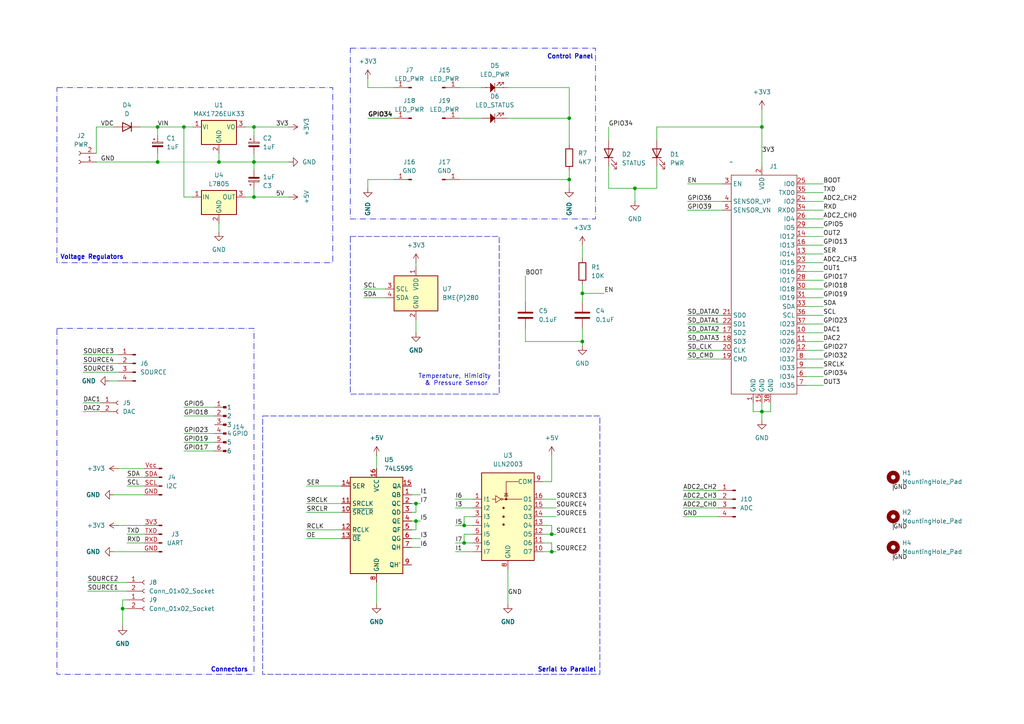
<source format=kicad_sch>
(kicad_sch (version 20231120) (generator "eeschema") (generator_version "8.0")
  (paper "A4")
  (junction (at 63.5 46.99))
  (junction (at 160.02 154.94))
  (junction (at 73.66 46.99))
  (junction (at 165.1 34.29))
  (junction (at 160.02 160.02))
  (junction (at 134.62 157.48))
  (junction (at 168.91 99.06))
  (junction (at 220.98 36.83))
  (junction (at 45.72 46.99))
  (junction (at 53.34 36.83))
  (junction (at 459.74 85.09))
  (junction (at 73.66 57.15))
  (junction (at 120.65 146.05))
  (junction (at 377.19 151.13))
  (junction (at 220.98 119.38))
  (junction (at 120.65 151.13))
  (junction (at 401.32 163.83))
  (junction (at 168.91 85.09))
  (junction (at 476.25 97.79))
  (junction (at 73.66 36.83))
  (junction (at 45.72 36.83))
  (junction (at 165.1 52.07))
  (junction (at 476.25 85.09))
  (junction (at 184.15 54.61))
  (junction (at 134.62 152.4))
  (junction (at 35.56 176.53))
  (no_connect (at 373.38 59.69))
  (wire (pts (xy 459.74 97.79) (xy 457.2 97.79)))
  (wire (pts (xy 120.65 151.13) (xy 120.65 153.67)))
  (wire (pts (xy 233.68 58.42) (xy 238.76 58.42)))
  (wire (pts (xy 63.5 64.77) (xy 63.5 67.31)))
  (wire (pts (xy 53.34 36.83) (xy 55.88 36.83)))
  (wire (pts (xy 119.38 151.13) (xy 120.65 151.13)))
  (wire (pts (xy 199.39 101.6) (xy 209.55 101.6)))
  (wire (pts (xy 35.56 173.99) (xy 35.56 176.53)))
  (wire (pts (xy 36.83 140.97) (xy 41.91 140.97)))
  (wire (pts (xy 157.48 160.02) (xy 160.02 160.02)))
  (wire (pts (xy 45.72 46.99) (xy 63.5 46.99)) (stroke (width 0.0254)))
  (wire (pts (xy 358.14 171.45) (xy 361.95 171.45)))
  (wire (pts (xy 109.22 168.91) (xy 109.22 175.26)))
  (wire (pts (xy 88.9 146.05) (xy 99.06 146.05)))
  (wire (pts (xy 165.1 25.4) (xy 165.1 34.29)))
  (wire (pts (xy 165.1 49.53) (xy 165.1 52.07)))
  (wire (pts (xy 25.4 168.91) (xy 36.83 168.91)))
  (wire (pts (xy 152.4 99.06) (xy 168.91 99.06)))
  (wire (pts (xy 45.72 36.83) (xy 53.34 36.83)))
  (wire (pts (xy 233.68 63.5) (xy 238.76 63.5)))
  (wire (pts (xy 184.15 54.61) (xy 190.5 54.61)))
  (wire (pts (xy 476.25 87.63) (xy 476.25 85.09)))
  (wire (pts (xy 377.19 151.13) (xy 382.27 151.13)))
  (wire (pts (xy 199.39 99.06) (xy 209.55 99.06)))
  (wire (pts (xy 55.88 57.15) (xy 53.34 57.15)))
  (wire (pts (xy 36.83 154.94) (xy 41.91 154.94)))
  (wire (pts (xy 476.25 85.09) (xy 485.14 85.09)))
  (wire (pts (xy 198.12 147.32) (xy 208.28 147.32)))
  (wire (pts (xy 401.32 142.24) (xy 401.32 146.05)))
  (wire (pts (xy 88.9 148.59) (xy 99.06 148.59)))
  (wire (pts (xy 220.98 31.75) (xy 220.98 36.83)))
  (wire (pts (xy 233.68 78.74) (xy 238.76 78.74)))
  (wire (pts (xy 134.62 152.4) (xy 137.16 152.4)))
  (wire (pts (xy 134.62 157.48) (xy 137.16 157.48)))
  (wire (pts (xy 233.68 81.28) (xy 238.76 81.28)))
  (wire (pts (xy 34.29 135.89) (xy 41.91 135.89)))
  (wire (pts (xy 160.02 160.02) (xy 161.29 160.02)))
  (wire (pts (xy 132.08 144.78) (xy 137.16 144.78)))
  (wire (pts (xy 389.89 151.13) (xy 393.7 151.13)))
  (wire (pts (xy 63.5 44.45) (xy 63.5 46.99)))
  (wire (pts (xy 233.68 104.14) (xy 238.76 104.14)))
  (wire (pts (xy 157.48 144.78) (xy 161.29 144.78)))
  (wire (pts (xy 34.29 107.95) (xy 24.13 107.95)))
  (wire (pts (xy 218.44 119.38) (xy 220.98 119.38)))
  (wire (pts (xy 120.65 146.05) (xy 121.92 146.05)))
  (wire (pts (xy 106.68 25.4) (xy 106.68 22.86)))
  (wire (pts (xy 73.66 44.45) (xy 73.66 46.99)))
  (wire (pts (xy 34.29 102.87) (xy 24.13 102.87)))
  (wire (pts (xy 233.68 53.34) (xy 238.76 53.34)))
  (wire (pts (xy 53.34 125.73) (xy 62.23 125.73)))
  (wire (pts (xy 160.02 139.7) (xy 157.48 139.7)))
  (wire (pts (xy 176.53 36.83) (xy 176.53 40.64)))
  (wire (pts (xy 53.34 128.27) (xy 62.23 128.27)))
  (wire (pts (xy 157.48 157.48) (xy 160.02 157.48)))
  (wire (pts (xy 31.75 110.49) (xy 34.29 110.49)))
  (wire (pts (xy 439.42 97.79) (xy 441.96 97.79)))
  (wire (pts (xy 485.14 92.71) (xy 485.14 97.79)))
  (wire (pts (xy 233.68 106.68) (xy 238.76 106.68)))
  (wire (pts (xy 106.68 52.07) (xy 106.68 54.61)))
  (wire (pts (xy 209.55 53.34) (xy 199.39 53.34)))
  (wire (pts (xy 358.14 173.99) (xy 361.95 173.99)))
  (wire (pts (xy 147.32 34.29) (xy 165.1 34.29)))
  (wire (pts (xy 114.3 25.4) (xy 106.68 25.4)))
  (wire (pts (xy 109.22 132.08) (xy 109.22 135.89)))
  (wire (pts (xy 27.94 36.83) (xy 33.02 36.83)))
  (wire (pts (xy 218.44 116.84) (xy 218.44 119.38)))
  (wire (pts (xy 24.13 116.84) (xy 29.21 116.84)))
  (wire (pts (xy 199.39 60.96) (xy 209.55 60.96)))
  (wire (pts (xy 485.14 90.17) (xy 487.68 90.17)))
  (wire (pts (xy 53.34 120.65) (xy 62.23 120.65)))
  (wire (pts (xy 35.56 176.53) (xy 36.83 176.53)))
  (wire (pts (xy 34.29 152.4) (xy 41.91 152.4)))
  (wire (pts (xy 45.72 36.83) (xy 45.72 39.37)))
  (wire (pts (xy 168.91 82.55) (xy 168.91 85.09)))
  (wire (pts (xy 168.91 85.09) (xy 175.26 85.09)))
  (wire (pts (xy 160.02 152.4) (xy 160.02 154.94)))
  (wire (pts (xy 45.72 44.45) (xy 45.72 46.99)))
  (wire (pts (xy 184.15 58.42) (xy 184.15 54.61)))
  (wire (pts (xy 133.35 34.29) (xy 139.7 34.29)))
  (wire (pts (xy 199.39 93.98) (xy 209.55 93.98)))
  (wire (pts (xy 160.02 132.08) (xy 160.02 139.7)))
  (wire (pts (xy 25.4 171.45) (xy 36.83 171.45)))
  (wire (pts (xy 467.36 102.87) (xy 468.63 102.87)))
  (wire (pts (xy 199.39 91.44) (xy 209.55 91.44)))
  (wire (pts (xy 233.68 109.22) (xy 238.76 109.22)))
  (wire (pts (xy 119.38 148.59) (xy 120.65 148.59)))
  (wire (pts (xy 373.38 64.77) (xy 384.81 64.77)))
  (wire (pts (xy 119.38 156.21) (xy 121.92 156.21)))
  (wire (pts (xy 190.5 48.26) (xy 190.5 54.61)))
  (wire (pts (xy 53.34 36.83) (xy 53.34 57.15)))
  (wire (pts (xy 354.33 59.69) (xy 358.14 59.69)))
  (wire (pts (xy 36.83 173.99) (xy 35.56 173.99)))
  (wire (pts (xy 73.66 57.15) (xy 83.82 57.15)))
  (wire (pts (xy 88.9 140.97) (xy 99.06 140.97)))
  (wire (pts (xy 73.66 46.99) (xy 83.82 46.99)))
  (wire (pts (xy 133.35 25.4) (xy 139.7 25.4)))
  (wire (pts (xy 157.48 149.86) (xy 161.29 149.86)))
  (wire (pts (xy 401.32 156.21) (xy 401.32 163.83)))
  (wire (pts (xy 233.68 93.98) (xy 238.76 93.98)))
  (wire (pts (xy 168.91 95.25) (xy 168.91 99.06)))
  (wire (pts (xy 190.5 36.83) (xy 190.5 40.64)))
  (wire (pts (xy 233.68 101.6) (xy 238.76 101.6)))
  (wire (pts (xy 485.14 85.09) (xy 485.14 90.17)))
  (wire (pts (xy 71.12 57.15) (xy 73.66 57.15)))
  (wire (pts (xy 105.41 86.36) (xy 111.76 86.36)))
  (wire (pts (xy 157.48 152.4) (xy 160.02 152.4)))
  (wire (pts (xy 41.91 143.51) (xy 33.02 143.51)))
  (wire (pts (xy 157.48 147.32) (xy 161.29 147.32)))
  (wire (pts (xy 476.25 85.09) (xy 459.74 85.09)))
  (wire (pts (xy 36.83 157.48) (xy 41.91 157.48)))
  (wire (pts (xy 457.2 102.87) (xy 459.74 102.87)))
  (wire (pts (xy 106.68 34.29) (xy 114.3 34.29)))
  (wire (pts (xy 176.53 54.61) (xy 184.15 54.61)))
  (wire (pts (xy 73.66 46.99) (xy 73.66 49.53)))
  (wire (pts (xy 233.68 55.88) (xy 238.76 55.88)))
  (wire (pts (xy 71.12 36.83) (xy 73.66 36.83)))
  (wire (pts (xy 233.68 99.06) (xy 238.76 99.06)))
  (wire (pts (xy 168.91 85.09) (xy 168.91 87.63)))
  (wire (pts (xy 176.53 48.26) (xy 176.53 54.61)))
  (wire (pts (xy 358.14 166.37) (xy 361.95 166.37)))
  (wire (pts (xy 63.5 46.99) (xy 73.66 46.99)))
  (wire (pts (xy 401.32 163.83) (xy 401.32 172.72)))
  (wire (pts (xy 358.14 168.91) (xy 361.95 168.91)))
  (wire (pts (xy 373.38 62.23) (xy 384.81 62.23)))
  (wire (pts (xy 233.68 86.36) (xy 238.76 86.36)))
  (wire (pts (xy 199.39 104.14) (xy 209.55 104.14)))
  (wire (pts (xy 73.66 39.37) (xy 73.66 36.83)))
  (wire (pts (xy 105.41 83.82) (xy 111.76 83.82)))
  (wire (pts (xy 233.68 60.96) (xy 238.76 60.96)))
  (wire (pts (xy 132.08 157.48) (xy 134.62 157.48)))
  (wire (pts (xy 233.68 71.12) (xy 238.76 71.12)))
  (wire (pts (xy 233.68 88.9) (xy 238.76 88.9)))
  (wire (pts (xy 27.94 46.99) (xy 45.72 46.99)))
  (wire (pts (xy 401.32 163.83) (xy 393.7 163.83)))
  (wire (pts (xy 198.12 144.78) (xy 208.28 144.78)))
  (wire (pts (xy 106.68 52.07) (xy 114.3 52.07)))
  (wire (pts (xy 132.08 160.02) (xy 137.16 160.02)))
  (wire (pts (xy 377.19 142.24) (xy 377.19 151.13)))
  (wire (pts (xy 199.39 58.42) (xy 209.55 58.42)))
  (wire (pts (xy 476.25 107.95) (xy 476.25 111.76)))
  (wire (pts (xy 119.38 143.51) (xy 121.92 143.51)))
  (wire (pts (xy 41.91 160.02) (xy 33.02 160.02)))
  (wire (pts (xy 233.68 76.2) (xy 238.76 76.2)))
  (wire (pts (xy 487.68 92.71) (xy 485.14 92.71)))
  (wire (pts (xy 339.09 59.69) (xy 346.71 59.69)))
  (wire (pts (xy 120.65 76.2) (xy 120.65 77.47)))
  (wire (pts (xy 53.34 130.81) (xy 62.23 130.81)))
  (wire (pts (xy 220.98 119.38) (xy 220.98 121.92)))
  (wire (pts (xy 233.68 68.58) (xy 238.76 68.58)))
  (wire (pts (xy 233.68 96.52) (xy 238.76 96.52)))
  (wire (pts (xy 233.68 111.76) (xy 238.76 111.76)))
  (wire (pts (xy 459.74 85.09) (xy 459.74 97.79)))
  (wire (pts (xy 73.66 54.61) (xy 73.66 57.15)))
  (wire (pts (xy 132.08 147.32) (xy 137.16 147.32)))
  (wire (pts (xy 88.9 153.67) (xy 99.06 153.67)))
  (wire (pts (xy 220.98 36.83) (xy 220.98 48.26)))
  (wire (pts (xy 152.4 80.01) (xy 152.4 87.63)))
  (wire (pts (xy 384.81 163.83) (xy 386.08 163.83)))
  (wire (pts (xy 355.6 69.85) (xy 355.6 64.77)))
  (wire (pts (xy 165.1 52.07) (xy 165.1 54.61)))
  (wire (pts (xy 160.02 157.48) (xy 160.02 160.02)))
  (wire (pts (xy 436.88 102.87) (xy 441.96 102.87)))
  (wire (pts (xy 233.68 73.66) (xy 238.76 73.66)))
  (wire (pts (xy 24.13 119.38) (xy 29.21 119.38)))
  (wire (pts (xy 35.56 176.53) (xy 35.56 181.61)))
  (wire (pts (xy 223.52 119.38) (xy 220.98 119.38)))
  (wire (pts (xy 377.19 168.91) (xy 377.19 172.72)))
  (wire (pts (xy 160.02 154.94) (xy 161.29 154.94)))
  (wire (pts (xy 421.64 97.79) (xy 431.8 97.79)))
  (wire (pts (xy 233.68 66.04) (xy 238.76 66.04)))
  (wire (pts (xy 119.38 146.05) (xy 120.65 146.05)))
  (wire (pts (xy 358.14 163.83) (xy 361.95 163.83)))
  (wire (pts (xy 223.52 116.84) (xy 223.52 119.38)))
  (wire (pts (xy 208.28 142.24) (xy 198.12 142.24)))
  (wire (pts (xy 165.1 34.29) (xy 165.1 41.91)))
  (wire (pts (xy 233.68 83.82) (xy 238.76 83.82)))
  (wire (pts (xy 137.16 154.94) (xy 134.62 154.94)))
  (wire (pts (xy 137.16 149.86) (xy 134.62 149.86)))
  (wire (pts (xy 168.91 71.12) (xy 168.91 74.93)))
  (wire (pts (xy 476.25 95.25) (xy 476.25 97.79)))
  (wire (pts (xy 132.08 152.4) (xy 134.62 152.4)))
  (wire (pts (xy 53.34 118.11) (xy 62.23 118.11)))
  (wire (pts (xy 36.83 138.43) (xy 41.91 138.43)))
  (wire (pts (xy 233.68 91.44) (xy 238.76 91.44)))
  (wire (pts (xy 27.94 36.83) (xy 27.94 44.45)))
  (wire (pts (xy 358.14 161.29) (xy 361.95 161.29)))
  (wire (pts (xy 133.35 52.07) (xy 165.1 52.07)))
  (wire (pts (xy 168.91 99.06) (xy 168.91 100.33)))
  (wire (pts (xy 198.12 149.86) (xy 208.28 149.86)))
  (wire (pts (xy 199.39 96.52) (xy 209.55 96.52)))
  (wire (pts (xy 377.19 151.13) (xy 377.19 158.75)))
  (wire (pts (xy 134.62 149.86) (xy 134.62 152.4)))
  (wire (pts (xy 119.38 153.67) (xy 120.65 153.67)))
  (wire (pts (xy 119.38 158.75) (xy 121.92 158.75)))
  (wire (pts (xy 120.65 92.71) (xy 120.65 96.52)))
  (wire (pts (xy 152.4 95.25) (xy 152.4 99.06)))
  (wire (pts (xy 459.74 82.55) (xy 459.74 85.09)))
  (wire (pts (xy 157.48 154.94) (xy 160.02 154.94)))
  (wire (pts (xy 147.32 165.1) (xy 147.32 175.26)))
  (wire (pts (xy 73.66 36.83) (xy 83.82 36.83)))
  (wire (pts (xy 34.29 105.41) (xy 24.13 105.41)))
  (wire (pts (xy 355.6 64.77) (xy 358.14 64.77)))
  (wire (pts (xy 190.5 36.83) (xy 220.98 36.83)))
  (wire (pts (xy 485.14 97.79) (xy 476.25 97.79)))
  (wire (pts (xy 120.65 151.13) (xy 121.92 151.13)))
  (wire (pts (xy 436.88 111.76) (xy 436.88 102.87)))
  (wire (pts (xy 134.62 154.94) (xy 134.62 157.48)))
  (wire (pts (xy 220.98 116.84) (xy 220.98 119.38)))
  (wire (pts (xy 120.65 148.59) (xy 120.65 146.05)))
  (wire (pts (xy 147.32 25.4) (xy 165.1 25.4)))
  (wire (pts (xy 40.64 36.83) (xy 45.72 36.83)))
  (wire (pts (xy 88.9 156.21) (xy 99.06 156.21)))
  (rectangle (start 328.93 137.16) (end 412.75 186.69) (stroke (width 0) (type dash_dot)))
  (rectangle (start 76.2 120.65) (end 173.99 195.58) (stroke (width 0) (type dash)))
  (rectangle (start 16.51 95.25) (end 73.66 195.58) (stroke (width 0) (type dash_dot)))
  (rectangle (start 101.6 68.58) (end 144.78 114.3) (stroke (width 0) (type dash)))
  (rectangle (start 101.6 13.97) (end 172.72 63.5) (stroke (width 0) (type dash_dot)))
  (rectangle (start 16.51 25.4) (end 96.52 76.2) (stroke (width 0) (type dash_dot)))
  (text "Voltage Regulators" (at 26.67 73.914 0) (effects (font (size 1.27 1.27) (thickness 0.254) (bold yes)) (justify top)))
  (text "UART Programmer" (at 401.828 184.912 0) (effects (font (size 1.27 1.27))))
  (text "Control Panel " (at 165.862 16.51 0) (effects (font (size 1.27 1.27) (thickness 0.254) (bold yes))))
  (text "Connectors\n" (at 66.548 194.31 0) (effects (font (size 1.27 1.27) (thickness 0.254) (bold yes))))
  (text "Serial to Parallel" (at 172.974 195.072 0) (effects (font (size 1.27 1.27) (bold yes)) (justify right bottom)))
  (text "Temperature, Himidity \n& Pressure Sensor" (at 132.334 110.236 0) (effects (font (size 1.27 1.27))))
  (label "SER" (at 238.76 73.66 0))
  (label "SOURCE5" (at 161.29 149.86 0))
  (label "GND" (at 259.08 142.24 0))
  (label "SOURCE3" (at 24.13 102.87 0))
  (label "SOURCE4" (at 24.13 105.41 0))
  (label "SD_DATA1" (at 199.39 93.98 0))
  (label "SOURCE1" (at 25.4 171.45 0))
  (label "I7" (at 121.92 146.05 0))
  (label "TXD" (at 361.95 166.37 0))
  (label "GPIO27" (at 238.76 101.6 0))
  (label "GPIO5" (at 238.76 66.04 0))
  (label "SOURCE5" (at 24.13 107.95 0))
  (label "RTS" (at 401.32 172.72 0))
  (label "ADC2_CH2" (at 238.76 58.42 0))
  (label "OUT1" (at 238.76 78.74 0))
  (label "I3" (at 121.92 156.21 0))
  (label "OUT2" (at 238.76 68.58 0))
  (label "3V3" (at 361.95 161.29 0))
  (label "SD_DATA0" (at 199.39 91.44 0))
  (label "EN" (at 401.32 142.24 0))
  (label "GPIO23" (at 238.76 93.98 0))
  (label "VDC" (at 29.21 36.83 0))
  (label "GPIO13" (at 238.76 71.12 0))
  (label "SCL" (at 105.41 83.82 0))
  (label "SRCLK" (at 88.9 146.05 0))
  (label "SD_CLK" (at 199.39 101.6 0))
  (label "DAC2" (at 24.13 119.38 0))
  (label "TXD" (at 238.76 55.88 0))
  (label "I1" (at 132.08 160.02 0))
  (label "BOOT" (at 152.4 80.01 0))
  (label "ADC2_CH2" (at 198.12 142.24 0))
  (label "SDA" (at 238.76 88.9 0))
  (label "SD_CMD" (at 199.39 104.14 0))
  (label "ADC2_CH0" (at 198.12 147.32 0))
  (label "SD_DATA3" (at 199.39 99.06 0))
  (label "RCLK" (at 88.9 153.67 0))
  (label "I5" (at 121.92 151.13 0))
  (label "GPIO17" (at 238.76 81.28 0))
  (label "GPIO23" (at 53.34 125.73 0))
  (label "GPIO5" (at 53.34 118.11 0))
  (label "DTR" (at 377.19 142.24 0))
  (label "GPIO13" (at 421.64 97.79 0))
  (label "SD_DATA2" (at 199.39 96.52 0))
  (label "GPIO34" (at 238.76 109.22 0))
  (label "GND" (at 198.12 149.86 0))
  (label "EN" (at 175.26 85.09 0))
  (label "RTS" (at 361.95 171.45 0))
  (label "SCL" (at 238.76 91.44 0))
  (label "GPIO18" (at 238.76 83.82 0))
  (label "GPIO34" (at 176.53 36.83 0))
  (label "V1-" (at 374.65 64.77 0))
  (label "BOOT" (at 377.19 172.72 0))
  (label "RXD" (at 36.83 157.48 0))
  (label "GPIO27" (at 339.09 59.69 0))
  (label "SCL" (at 36.83 140.97 0))
  (label "GND" (at 361.95 163.83 0))
  (label "SRCLK" (at 238.76 106.68 0))
  (label "I6" (at 132.08 144.78 0))
  (label "3V3" (at 220.98 44.45 0))
  (label "ADC2_CH3" (at 238.76 76.2 0))
  (label "OUT3" (at 238.76 111.76 0))
  (label "GPIO39" (at 199.39 60.96 0))
  (label "I5" (at 132.08 152.4 0))
  (label "SOURCE1" (at 161.29 154.94 0))
  (label "GND" (at 259.08 153.67 0))
  (label "GPIO17" (at 53.34 130.81 0))
  (label "GPIO18" (at 53.34 120.65 0))
  (label "SOURCE2" (at 161.29 160.02 0))
  (label "BOOT" (at 238.76 53.34 0))
  (label "RXD" (at 361.95 168.91 0))
  (label "SOURCE3" (at 161.29 144.78 0))
  (label "DTR" (at 361.95 173.99 0))
  (label "ADC2_CH0" (at 238.76 63.5 0))
  (label "5V" (at 80.01 57.15 0))
  (label "ADC2_CH3" (at 198.12 144.78 0))
  (label "GND" (at 259.08 162.56 0))
  (label "VIN" (at 45.72 36.83 0))
  (label "GPIO32" (at 238.76 104.14 0))
  (label "DAC2" (at 238.76 99.06 0))
  (label "SDA" (at 105.41 86.36 0))
  (label "DAC1" (at 238.76 96.52 0))
  (label "3V3" (at 80.01 36.83 0))
  (label "OE" (at 88.9 156.21 0))
  (label "SDA" (at 36.83 138.43 0))
  (label "SRCLR" (at 88.9 148.59 0))
  (label "GPIO19" (at 53.34 128.27 0))
  (label "GPIO36" (at 199.39 58.42 0))
  (label "GPIO19" (at 238.76 86.36 0))
  (label "I3" (at 132.08 147.32 0))
  (label "GND" (at 29.21 46.99 0))
  (label "I1" (at 121.92 143.51 0))
  (label "V1+" (at 374.65 62.23 0))
  (label "DAC1" (at 24.13 116.84 0))
  (label "EN" (at 199.39 53.34 0))
  (label "I6" (at 121.92 158.75 0))
  (label "SER" (at 88.9 140.97 0))
  (label "GND" (at 147.32 172.72 0))
  (label "GPIO34" (at 106.68 34.29 0) (effects (font (bold yes))))
  (label "SOURCE4" (at 161.29 147.32 0))
  (label "I7" (at 132.08 157.48 0))
  (label "TXD" (at 36.83 154.94 0))
  (label "SOURCE2" (at 25.4 168.91 0))
  (label "RXD" (at 238.76 60.96 0))
  (symbol (lib_id "Connector:Conn_01x02_Socket") (at 34.29 116.84 0) (unit 1)
    (property "Reference" "J5" (at 35.56 116.8399 0) (effects (justify left)))
    (property "Value" "DAC" (at 35.56 119.3799 0) (effects (justify left)))
    (property "Footprint" "Connector_PinSocket_2.54mm:PinSocket_1x02_P2.54mm_Vertical" (effects (hide yes)))
  )
  (symbol (lib_id "power:GND") (at 83.82 46.99 90) (unit 1)
    (property "Reference" "#PWR03" (effects (hide yes)))
    (property "Value" "GND" (at 87.63 46.9899 90) (effects (justify right)))
  )
  (symbol (lib_id "Device:R") (at 389.89 163.83 270) (unit 1) (on_board no)
    (property "Reference" "R3" (at 389.89 157.48 90))
    (property "Value" "10K" (at 389.89 160.02 90))
    (property "Footprint" "Resistor_SMD:R_1210_3225Metric_Pad1.30x2.65mm_HandSolder" (effects (hide yes)))
    (property "Description" "Resistor" (effects (hide yes)))
  )
  (symbol (lib_id "Connector:Conn_01x04_Pin") (at 213.36 144.78 0) (mirror y) (unit 1)
    (property "Reference" "J10" (at 214.63 144.7799 0) (effects (justify right)))
    (property "Value" "ADC" (at 214.63 147.3199 0) (effects (justify right)))
    (property "Footprint" "Connector_PinSocket_2.54mm:PinSocket_1x04_P2.54mm_Vertical" (effects (hide yes)))
  )
  (symbol (lib_id "power:+3V3") (at 120.65 76.2 0) (unit 1)
    (property "Reference" "#PWR022" (effects (hide yes)))
    (property "Value" "+3V3" (at 120.65 71.12 0))
  )
  (symbol (lib_id "power:GND") (at 31.75 110.49 270) (unit 1)
    (property "Reference" "#PWR023" (effects (hide yes)))
    (property "Value" "GND" (at 27.94 110.49 90) (effects (font (bold yes)) (justify right)))
  )
  (symbol (lib_id "power:+3V3") (at 34.29 152.4 90) (unit 1)
    (property "Reference" "#PWR06" (effects (hide yes)))
    (property "Value" "+3V3" (at 30.48 152.3999 90) (effects (justify left)))
  )
  (symbol (lib_id "Alexander Symbol Library:BME(P)280") (at 121.92 87.63 0) (unit 1)
    (property "Reference" "U7" (at 128.27 83.8199 0) (effects (justify left)))
    (property "Value" "BME(P)280" (at 128.27 86.3599 0) (effects (justify left)))
    (property "Footprint" "Alexander Footprint Library:BME280_BMP280_I2C" (effects (hide yes)))
    (property "Description" "Absolute Barometric Pressure Sensor" (effects (hide yes)))
  )
  (symbol (lib_id "Device:LED") (at 176.53 44.45 90) (unit 1)
    (property "Reference" "D2" (at 180.34 44.7674 90) (effects (justify right)))
    (property "Value" "STATUS" (at 180.34 47.3074 90) (effects (justify right)))
    (property "Footprint" "LED_SMD:LED_1210_3225Metric_Pad1.42x2.65mm_HandSolder" (effects (hide yes)))
    (property "Description" "Light emitting diode" (effects (hide yes)))
  )
  (symbol (lib_id "Connector:Conn_01x01_Pin") (at 128.27 34.29 0) (mirror x) (unit 1)
    (property "Reference" "J19" (at 128.905 29.21 0))
    (property "Value" "LED_PWR" (at 128.905 31.75 0))
    (property "Footprint" "Connector_PinHeader_2.54mm:PinHeader_1x01_P2.54mm_Vertical" (effects (hide yes)))
    (property "Description" "Generic connector, single row, 01x01, script generated" (effects (hide yes)))
  )
  (symbol (lib_id "power:+3V3") (at 34.29 135.89 90) (unit 1)
    (property "Reference" "#PWR08" (effects (hide yes)))
    (property "Value" "+3V3" (at 30.48 135.89 90) (effects (justify left)))
  )
  (symbol (lib_id "power:+5V") (at 160.02 132.08 0) (unit 1)
    (property "Reference" "#PWR012" (effects (hide yes)))
    (property "Value" "+5V" (at 160.02 127 0))
  )
  (symbol (lib_id "Transistor_Array:ULN2003") (at 147.32 149.86 0) (unit 1)
    (property "Reference" "U3" (at 147.32 132.08 0))
    (property "Value" "ULN2003" (at 147.32 134.62 0))
    (property "Footprint" "Package_DIP:DIP-16_W7.62mm" (effects (hide yes)))
    (property "Datasheet" "http://www.ti.com/lit/ds/symlink/uln2003a.pdf" (effects (hide yes)))
  )
  (symbol (lib_id "PCM_SL_Devices:LED_5mm") (at 143.51 25.4 0) (unit 1)
    (property "Reference" "D5" (at 143.51 19.05 0))
    (property "Value" "LED_PWR" (at 143.51 21.59 0))
    (property "Footprint" "LED_THT:LED_D5.0mm" (effects (hide yes)))
    (property "Description" "Common 5mm diameter LED" (effects (hide yes)))
  )
  (symbol (lib_id "Device:D") (at 476.25 91.44 270) (unit 1) (on_board no)
    (property "Reference" "D3" (at 478.79 90.1699 90) (effects (justify left)))
    (property "Value" "1N4007" (at 478.79 92.7099 90) (effects (justify left)))
    (property "Description" "Diode" (effects (hide yes)))
    (property "Sim.Device" "D" (effects (hide yes)))
    (property "Sim.Pins" "1=K 2=A" (effects (hide yes)))
  )
  (symbol (lib_id "Device:R") (at 386.08 151.13 270) (unit 1) (on_board no)
    (property "Reference" "R4" (at 386.08 144.78 90))
    (property "Value" "10K" (at 386.08 147.32 90))
    (property "Footprint" "Resistor_SMD:R_1210_3225Metric_Pad1.30x2.65mm_HandSolder" (effects (hide yes)))
    (property "Description" "Resistor" (effects (hide yes)))
  )
  (symbol (lib_name "Conn_UART_1") (lib_id "Alexander_Library_Symbols:Conn_UART") (at 46.99 152.4 0) (mirror y) (unit 1)
    (property "Reference" "J3" (at 50.8 154.94 0))
    (property "Value" "UART" (at 50.8 157.48 0))
    (property "Footprint" "Alexander Footprints Library:Conn_UART" (effects (hide yes)))
  )
  (symbol (lib_id "Device:C_Polarized_Small") (at 73.66 52.07 0) (mirror x) (unit 1)
    (property "Reference" "C3" (at 76.2 53.8861 0) (effects (justify left)))
    (property "Value" "1uF" (at 76.2 51.3461 0) (effects (justify left)))
    (property "Footprint" "Capacitor_THT:CP_Radial_D4.0mm_P2.00mm" (effects (hide yes)))
  )
  (symbol (lib_id "Device:C_Polarized_Small") (at 45.72 41.91 0) (unit 1)
    (property "Reference" "C1" (at 48.26 40.0939 0) (effects (justify left)))
    (property "Value" "1uF" (at 48.26 42.6339 0) (effects (justify left)))
    (property "Footprint" "Capacitor_THT:CP_Radial_D4.0mm_P2.00mm" (effects (hide yes)))
  )
  (symbol (lib_id "Device:R") (at 350.52 59.69 90) (unit 1) (on_board no)
    (property "Reference" "R2" (at 350.52 53.34 90))
    (property "Value" "1K" (at 350.52 55.88 90))
    (property "Footprint" "Resistor_SMD:R_1210_3225Metric_Pad1.30x2.65mm_HandSolder" (effects (hide yes)))
  )
  (symbol (lib_name "GND_6") (lib_id "power:GND") (at 436.88 111.76 0) (unit 1)
    (property "Reference" "#PWR020" (effects (hide yes)))
    (property "Value" "GND" (at 436.88 116.84 0))
    (property "Description" "Power symbol creates a global label with name \"GND\" , ground" (effects (hide yes)))
  )
  (symbol (lib_name "GND_5") (lib_id "power:GND") (at 476.25 111.76 0) (unit 1)
    (property "Reference" "#PWR019" (effects (hide yes)))
    (property "Value" "GND" (at 476.25 116.84 0))
    (property "Description" "Power symbol creates a global label with name \"GND\" , ground" (effects (hide yes)))
  )
  (symbol (lib_id "power:GND") (at 33.02 143.51 270) (unit 1)
    (property "Reference" "#PWR09" (effects (hide yes)))
    (property "Value" "GND" (at 29.21 143.51 90) (effects (font (bold yes)) (justify right)))
  )
  (symbol (lib_name "GND_4") (lib_id "power:GND") (at 109.22 175.26 0) (unit 1)
    (property "Reference" "#PWR016" (effects (hide yes)))
    (property "Value" "GND" (at 109.22 180.34 0) (effects (font (bold yes))))
    (property "Description" "Power symbol creates a global label with name \"GND\" , ground" (effects (hide yes)))
  )
  (symbol (lib_id "power:GND") (at 33.02 160.02 270) (unit 1)
    (property "Reference" "#PWR07" (effects (hide yes)))
    (property "Value" "GND" (at 29.21 160.02 90) (effects (font (bold yes)) (justify right)))
  )
  (symbol (lib_id "74xx:74LS595") (at 109.22 151.13 0) (unit 1)
    (property "Reference" "U5" (at 111.4141 133.35 0) (effects (justify left)))
    (property "Value" "74LS595" (at 111.4141 135.89 0) (effects (justify left)))
    (property "Footprint" "Package_DIP:DIP-16_W7.62mm" (effects (hide yes)))
    (property "Datasheet" "http://www.ti.com/lit/gpn/sn74ls595" (effects (hide yes)))
    (property "Description" "8-bit serial in/out Shift Register 3-State Outputs" (effects (hide yes)))
  )
  (symbol (lib_id "Connector:Conn_01x01_Pin") (at 128.27 25.4 0) (mirror x) (unit 1)
    (property "Reference" "J15" (at 128.905 20.32 0))
    (property "Value" "LED_PWR" (at 128.905 22.86 0))
    (property "Footprint" "Connector_PinHeader_2.54mm:PinHeader_1x01_P2.54mm_Vertical" (effects (hide yes)))
    (property "Description" "Generic connector, single row, 01x01, script generated" (effects (hide yes)))
  )
  (symbol (lib_id "Connector:Conn_01x02_Socket") (at 389.89 62.23 0) (unit 1) (on_board no)
    (property "Reference" "J12" (at 391.16 62.2299 0) (effects (justify left)))
    (property "Value" "Conn_01x02_Socket" (at 391.16 64.7699 0) (effects (justify left)))
    (property "Footprint" "Connector_PinSocket_2.54mm:PinSocket_1x02_P2.54mm_Vertical" (effects (hide yes)))
    (property "Description" "Generic connector, single row, 01x02, script generated" (effects (hide yes)))
  )
  (symbol (lib_id "Mechanical:MountingHole_Pad") (at 259.08 151.13 0) (unit 1)
    (property "Reference" "H2" (at 261.62 148.59 0) (effects (justify left)))
    (property "Value" "MountingHole_Pad" (at 261.62 151.13 0) (effects (justify left)))
    (property "Footprint" "MountingHole:MountingHole_3mm" (effects (hide yes)))
  )
  (symbol (lib_id "power:GND") (at 147.32 175.26 0) (unit 1)
    (property "Reference" "#PWR010" (effects (hide yes)))
    (property "Value" "GND" (at 147.32 180.34 0) (effects (font (bold yes))))
  )
  (symbol (lib_name "GND_3") (lib_id "power:GND") (at 184.15 58.42 0) (unit 1)
    (property "Reference" "#PWR015" (effects (hide yes)))
    (property "Value" "GND" (at 184.15 63.5 0))
    (property "Description" "Power symbol creates a global label with name \"GND\" , ground" (effects (hide yes)))
  )
  (symbol (lib_id "Connector:Conn_01x02_Socket") (at 41.91 173.99 0) (unit 1)
    (property "Reference" "J9" (at 43.18 173.99 0) (effects (justify left)))
    (property "Value" "Conn_01x02_Socket" (at 43.18 176.53 0) (effects (justify left)))
    (property "Footprint" "Alexander Footprints Library:Conn_Terminal_5mm" (effects (hide yes)))
  )
  (symbol (lib_id "Connector:Conn_01x04_Pin") (at 39.37 105.41 0) (mirror y) (unit 1)
    (property "Reference" "J6" (at 40.64 105.4099 0) (effects (justify right)))
    (property "Value" "SOURCE" (at 40.64 107.9499 0) (effects (justify right)))
    (property "Footprint" "Connector_PinSocket_2.54mm:PinSocket_1x04_P2.54mm_Vertical" (effects (hide yes)))
  )
  (symbol (lib_id "power:+3V3") (at 168.91 71.12 0) (unit 1)
    (property "Reference" "#PWR024" (effects (hide yes)))
    (property "Value" "+3V3" (at 168.91 66.04 0))
  )
  (symbol (lib_name "GND_3") (lib_id "power:GND") (at 168.91 100.33 0) (unit 1)
    (property "Reference" "#PWR025" (effects (hide yes)))
    (property "Value" "GND" (at 168.91 105.41 0))
    (property "Description" "Power symbol creates a global label with name \"GND\" , ground" (effects (hide yes)))
  )
  (symbol (lib_id "Device:C") (at 168.91 91.44 0) (unit 1)
    (property "Reference" "C4" (at 172.72 90.1699 0) (effects (justify left)))
    (property "Value" "0.1uF" (at 172.72 92.7099 0) (effects (justify left)))
    (property "Footprint" "Capacitor_SMD:CP_Elec_3x5.3" (effects (hide yes)))
    (property "Description" "Unpolarized capacitor" (effects (hide yes)))
  )
  (symbol (lib_name "GND_1") (lib_id "power:GND") (at 35.56 181.61 0) (unit 1)
    (property "Reference" "#PWR014" (effects (hide yes)))
    (property "Value" "GND" (at 35.56 186.69 0) (effects (font (bold yes))))
    (property "Description" "Power symbol creates a global label with name \"GND\" , ground" (effects (hide yes)))
  )
  (symbol (lib_name "+3V3_1") (lib_id "power:+3V3") (at 106.68 22.86 0) (unit 1)
    (property "Reference" "#PWR026" (effects (hide yes)))
    (property "Value" "+3V3" (at 106.68 17.78 0))
    (property "Description" "Power symbol creates a global label with name \"+3V3\"" (effects (hide yes)))
  )
  (symbol (lib_id "Device:D") (at 36.83 36.83 180) (unit 1)
    (property "Reference" "D4" (at 36.83 30.48 0))
    (property "Value" "D" (at 36.83 33.02 0))
    (property "Footprint" "Diode_SMD:D_1210_3225Metric" (effects (hide yes)))
    (property "Description" "Diode" (effects (hide yes)))
    (property "Sim.Device" "D" (effects (hide yes)))
    (property "Sim.Pins" "1=K 2=A" (effects (hide yes)))
  )
  (symbol (lib_id "PCM_SL_Devices:LED_5mm") (at 143.51 34.29 0) (unit 1)
    (property "Reference" "D6" (at 143.51 27.94 0))
    (property "Value" "LED_STATUS" (at 143.51 30.48 0))
    (property "Footprint" "LED_THT:LED_D5.0mm" (effects (hide yes)))
    (property "Description" "Common 5mm diameter LED" (effects (hide yes)))
  )
  (symbol (lib_id "Connector:Conn_01x02_Socket") (at 41.91 168.91 0) (unit 1)
    (property "Reference" "J8" (at 43.18 168.91 0) (effects (justify left)))
    (property "Value" "Conn_01x02_Socket" (at 43.18 171.45 0) (effects (justify left)))
    (property "Footprint" "Alexander Footprints Library:Conn_Terminal_5mm" (effects (hide yes)))
  )
  (symbol (lib_id "Connector:Conn_01x02_Socket") (at 22.86 46.99 180) (unit 1)
    (property "Reference" "J2" (at 23.495 39.37 0))
    (property "Value" "PWR" (at 23.495 41.91 0))
    (property "Footprint" "Connector_PinSocket_2.54mm:PinSocket_1x02_P2.54mm_Vertical" (effects (hide yes)))
  )
  (symbol (lib_id "Regulator_Linear:L7805") (at 63.5 57.15 0) (unit 1)
    (property "Reference" "U4" (at 63.5 50.8 0))
    (property "Value" "L7805" (at 63.5 53.34 0))
    (property "Footprint" "Alexander Footprints Library:LD1117" (effects (hide yes)))
    (property "Datasheet" "datasheets/Voltage-Regulator_L7805.pdf" (effects (hide yes)))
    (property "Description" "Voltage Regulator 1.5A Positive" (effects (hide yes)))
  )
  (symbol (lib_id "Device:R") (at 165.1 45.72 0) (unit 1)
    (property "Reference" "R7" (at 167.64 44.4499 0) (effects (justify left)))
    (property "Value" "4K7" (at 167.64 46.9899 0) (effects (justify left)))
    (property "Footprint" "Resistor_SMD:R_1206_3216Metric_Pad1.30x1.75mm_HandSolder" (effects (hide yes)))
  )
  (symbol (lib_id "Device:LED") (at 190.5 44.45 90) (unit 1)
    (property "Reference" "D1" (at 194.31 44.7674 90) (effects (justify right)))
    (property "Value" "PWR" (at 194.31 47.3074 90) (effects (justify right)))
    (property "Footprint" "LED_SMD:LED_1210_3225Metric_Pad1.42x2.65mm_HandSolder" (effects (hide yes)))
    (property "Description" "Light emitting diode" (effects (hide yes)))
  )
  (symbol (lib_id "power:GND") (at 106.68 54.61 0) (unit 1)
    (property "Reference" "#PWR028" (effects (hide yes)))
    (property "Value" "GND" (at 106.68 58.42 90) (effects (font (bold yes)) (justify right)))
  )
  (symbol (lib_id "Simulation_SPICE:NPN") (at 398.78 151.13 0) (unit 1) (on_board no)
    (property "Reference" "Q1" (at 403.86 149.8599 0) (effects (justify left)))
    (property "Value" "NPN" (at 403.86 152.3999 0) (effects (justify left)))
    (property "Footprint" "Package_TO_SOT_THT:TO-92_Inline_W4.0mm_Horizontal_FlatSideDown" (effects (hide yes)))
    (property "Datasheet" "https://ngspice.sourceforge.io/docs/ngspice-html-manual/manual.xhtml#cha_BJTs" (effects (hide yes)))
    (property "Description" "Bipolar transistor symbol for simulation only, substrate tied to the emitter" (effects (hide yes)))
    (property "Sim.Device" "NPN" (effects (hide yes)))
    (property "Sim.Type" "GUMMELPOON" (effects (hide yes)))
    (property "Sim.Pins" "1=C 2=B 3=E" (effects (hide yes)))
  )
  (symbol (lib_name "+5V_2") (lib_id "power:+5V") (at 459.74 82.55 0) (unit 1)
    (property "Reference" "#PWR018" (effects (hide yes)))
    (property "Value" "+5V" (at 459.74 77.47 0))
    (property "Description" "Power symbol creates a global label with name \"+5V\"" (effects (hide yes)))
  )
  (symbol (lib_id "Device:R") (at 435.61 97.79 270) (unit 1) (on_board no)
    (property "Reference" "R5" (at 435.61 91.44 90))
    (property "Value" "470" (at 435.61 93.98 90))
    (property "Footprint" "Resistor_SMD:R_1206_3216Metric_Pad1.30x1.75mm_HandSolder" (effects (hide yes)))
    (property "Description" "Resistor" (effects (hide yes)))
  )
  (symbol (lib_id "Connector:Conn_01x01_Pin") (at 119.38 34.29 180) (unit 1)
    (property "Reference" "J18" (at 118.745 29.21 0))
    (property "Value" "LED_PWR" (at 118.745 31.75 0))
    (property "Footprint" "Connector_PinHeader_2.54mm:PinHeader_1x01_P2.54mm_Vertical" (effects (hide yes)))
    (property "Description" "Generic connector, single row, 01x01, script generated" (effects (hide yes)))
  )
  (symbol (lib_id "power:GND") (at 63.5 67.31 0) (unit 1)
    (property "Reference" "#PWR013" (effects (hide yes)))
    (property "Value" "GND" (at 63.5 72.39 0))
  )
  (symbol (lib_id "Device:C_Polarized_Small") (at 73.66 41.91 0) (unit 1)
    (property "Reference" "C2" (at 76.2 40.0939 0) (effects (justify left)))
    (property "Value" "1uF" (at 76.2 42.6339 0) (effects (justify left)))
    (property "Footprint" "Capacitor_THT:CP_Radial_D4.0mm_P2.00mm" (effects (hide yes)))
  )
  (symbol (lib_id "Connector:Conn_01x02_Socket") (at 492.76 90.17 0) (unit 1) (on_board no)
    (property "Reference" "J11" (at 494.03 90.1699 0) (effects (justify left)))
    (property "Value" "Conn_01x02_Socket" (at 494.03 92.7099 0) (effects (justify left)))
    (property "Footprint" "Connector_PinSocket_2.54mm:PinSocket_1x02_P2.54mm_Vertical" (effects (hide yes)))
    (property "Description" "Generic connector, single row, 01x02, script generated" (effects (hide yes)))
  )
  (symbol (lib_id "Switch:SW_Push") (at 398.78 52.07 0) (unit 1)
    (property "Reference" "SW1" (at 398.78 44.45 0))
    (property "Value" "SW_Push" (at 398.78 46.99 0))
    (property "Footprint" "Button_Switch_THT:SW_PUSH_6mm" (effects (hide yes)))
    (property "Description" "Push button switch, generic, two pins" (effects (hide yes)))
  )
  (symbol (lib_id "Connector:Conn_01x01_Pin") (at 119.38 25.4 180) (unit 1)
    (property "Reference" "J7" (at 118.745 20.32 0))
    (property "Value" "LED_PWR" (at 118.745 22.86 0))
    (property "Footprint" "Connector_PinHeader_2.54mm:PinHeader_1x01_P2.54mm_Vertical" (effects (hide yes)))
    (property "Description" "Generic connector, single row, 01x01, script generated" (effects (hide yes)))
  )
  (symbol (lib_id "power:+3V3") (at 220.98 31.75 0) (unit 1)
    (property "Reference" "#PWR02" (effects (hide yes)))
    (property "Value" "+3V3" (at 220.98 26.67 0))
  )
  (symbol (lib_id "Simulation_SPICE:NPN") (at 379.73 163.83 180) (unit 1) (on_board no)
    (property "Reference" "Q2" (at 374.65 165.1001 0) (effects (justify left)))
    (property "Value" "NPN" (at 374.65 162.5601 0) (effects (justify left)))
    (property "Footprint" "Package_TO_SOT_THT:TO-92_Inline_W4.0mm_Horizontal_FlatSideDown" (effects (hide yes)))
    (property "Datasheet" "https://ngspice.sourceforge.io/docs/ngspice-html-manual/manual.xhtml#cha_BJTs" (effects (hide yes)))
    (property "Description" "Bipolar transistor symbol for simulation only, substrate tied to the emitter" (effects (hide yes)))
    (property "Sim.Device" "NPN" (effects (hide yes)))
    (property "Sim.Type" "GUMMELPOON" (effects (hide yes)))
    (property "Sim.Pins" "1=C 2=B 3=E" (effects (hide yes)))
  )
  (symbol (lib_id "Connector:Conn_01x01_Pin") (at 119.38 52.07 180) (unit 1)
    (property "Reference" "J16" (at 118.745 46.99 0))
    (property "Value" "GND" (at 118.745 49.53 0))
    (property "Footprint" "Connector_PinHeader_2.54mm:PinHeader_1x01_P2.54mm_Vertical" (effects (hide yes)))
    (property "Description" "Generic connector, single row, 01x01, script generated" (effects (hide yes)))
  )
  (symbol (lib_id "Simulation_SPICE:NPN") (at 473.71 102.87 0) (unit 1) (on_board no)
    (property "Reference" "Q3" (at 478.79 101.5999 0) (effects (justify left)))
    (property "Value" "2N3904" (at 478.79 104.1399 0) (effects (justify left)))
    (property "Footprint" "Package_TO_SOT_THT:TO-92" (effects (hide yes)))
    (property "Datasheet" "https://ngspice.sourceforge.io/docs/ngspice-html-manual/manual.xhtml#cha_BJTs" (effects (hide yes)))
    (property "Description" "Bipolar transistor symbol for simulation only, substrate tied to the emitter" (effects (hide yes)))
    (property "Sim.Device" "NPN" (effects (hide yes)))
    (property "Sim.Type" "GUMMELPOON" (effects (hide yes)))
    (property "Sim.Pins" "1=C 2=B 3=E" (effects (hide yes)))
  )
  (symbol (lib_id "power:+5V") (at 83.82 57.15 270) (unit 1)
    (property "Reference" "#PWR05" (effects (hide yes)))
    (property "Value" "+5V" (at 88.9 57.15 0))
  )
  (symbol (lib_id "Mechanical:MountingHole_Pad") (at 259.08 139.7 0) (unit 1)
    (property "Reference" "H1" (at 261.62 137.16 0) (effects (justify left)))
    (property "Value" "MountingHole_Pad" (at 261.62 139.7 0) (effects (justify left)))
    (property "Footprint" "MountingHole:MountingHole_3mm" (effects (hide yes)))
  )
  (symbol (lib_id "Device:C") (at 152.4 91.44 0) (unit 1)
    (property "Reference" "C5" (at 156.21 90.1699 0) (effects (justify left)))
    (property "Value" "0.1uF" (at 156.21 92.7099 0) (effects (justify left)))
    (property "Footprint" "Capacitor_SMD:CP_Elec_3x5.3" (effects (hide yes)))
    (property "Description" "Unpolarized capacitor" (effects (hide yes)))
  )
  (symbol (lib_id "Device:R") (at 463.55 102.87 270) (unit 1) (on_board no)
    (property "Reference" "R6" (at 463.55 96.52 90))
    (property "Value" "120" (at 463.55 99.06 90))
    (property "Footprint" "Resistor_SMD:R_1206_3216Metric_Pad1.30x1.75mm_HandSolder" (effects (hide yes)))
    (property "Description" "Resistor" (effects (hide yes)))
  )
  (symbol (lib_id "Regulator_Linear:LM78M05_TO220") (at 63.5 36.83 0) (unit 1)
    (property "Reference" "U1" (at 63.5 30.48 0))
    (property "Value" "MAX1726EUK33" (at 63.5 33.02 0))
    (property "Footprint" "Package_TO_SOT_SMD:SOT-223-3_TabPin2" (effects (hide yes)))
    (property "Datasheet" "https://www.onsemi.com/pub/Collateral/MC78M00-D.PDF" (effects (hide yes)))
  )
  (symbol (lib_id "Mechanical:MountingHole_Pad") (at 259.08 160.02 0) (unit 1)
    (property "Reference" "H4" (at 261.62 157.48 0) (effects (justify left)))
    (property "Value" "MountingHole_Pad" (at 261.62 160.02 0) (effects (justify left)))
    (property "Footprint" "MountingHole:MountingHole_3mm" (effects (hide yes)))
  )
  (symbol (lib_id "Isolator:4N35") (at 365.76 62.23 0) (unit 1) (on_board no)
    (property "Reference" "U2" (at 365.76 53.34 0))
    (property "Value" "4N35" (at 365.76 55.88 0))
    (property "Footprint" "Package_DIP:DIP-6_W7.62mm" (effects (hide yes)))
    (property "Datasheet" "https://www.vishay.com/docs/81181/4n35.pdf" (effects (hide yes)))
    (property "Description" "Optocoupler, Phototransistor Output, with Base Connection, Vce 70V, CTR 100%, Viso 5000V, DIP6" (effects (hide yes)))
  )
  (symbol (lib_id "Alexander_Library_Symbols:Conn_2x3") (at 64.77 115.57 0) (unit 1)
    (property "Reference" "J14" (at 67.31 123.8249 0) (effects (justify left)))
    (property "Value" "GPIO" (at 67.31 125.73 0) (effects (justify left)))
    (property "Footprint" "Alexander Footprint Library:CONN_2x3" (effects (hide yes)))
    (property "Description" "Connector 2x3" (effects (hide yes)))
  )
  (symbol (lib_id "power:+3V3") (at 83.82 36.83 270) (unit 1)
    (property "Reference" "#PWR04" (effects (hide yes)))
    (property "Value" "+3V3" (at 88.9 36.83 0))
  )
  (symbol (lib_id "Alexander_Library_Symbols:Conn_I2C_01x04") (at 46.99 138.43 0) (mirror y) (unit 1)
    (property "Reference" "J4" (at 49.784 138.43 0))
    (property "Value" "I2C" (at 49.784 140.97 0))
    (property "Footprint" "Alexander Footprints Library:Conn_I2C" (effects (hide yes)))
  )
  (symbol (lib_id "Isolator:PC817") (at 449.58 100.33 0) (unit 1) (on_board no)
    (property "Reference" "U6" (at 449.58 91.44 0))
    (property "Value" "PC817" (at 449.58 93.98 0))
    (property "Footprint" "Package_DIP:DIP-4_W7.62mm" (effects (hide yes)))
    (property "Datasheet" "http://www.soselectronic.cz/a_info/resource/d/pc817.pdf" (effects (hide yes)))
    (property "Description" "DC Optocoupler, Vce 35V, CTR 50-300%, DIP-4" (effects (hide yes)))
  )
  (symbol (lib_name "GND_5") (lib_id "power:GND") (at 120.65 96.52 0) (unit 1)
    (property "Reference" "#PWR021" (effects (hide yes)))
    (property "Value" "GND" (at 120.65 101.6 0) (effects (font (bold yes))))
    (property "Description" "Power symbol creates a global label with name \"GND\" , ground" (effects (hide yes)))
  )
  (symbol (lib_id "Device:R") (at 168.91 78.74 0) (unit 1)
    (property "Reference" "R1" (at 171.45 77.47 0) (effects (justify left)))
    (property "Value" "10K" (at 171.45 80.01 0) (effects (justify left)))
    (property "Footprint" "Resistor_SMD:R_1206_3216Metric_Pad1.30x1.75mm_HandSolder" (effects (hide yes)))
  )
  (symbol (lib_id "power:GND") (at 165.1 54.61 0) (unit 1)
    (property "Reference" "#PWR027" (effects (hide yes)))
    (property "Value" "GND" (at 165.1 58.42 90) (effects (font (bold yes)) (justify right)))
  )
  (symbol (lib_name "+5V_1") (lib_id "power:+5V") (at 109.22 132.08 0) (unit 1)
    (property "Reference" "#PWR017" (effects (hide yes)))
    (property "Value" "+5V" (at 109.22 127 0))
    (property "Description" "Power symbol creates a global label with name \"+5V\"" (effects (hide yes)))
  )
  (symbol (lib_id "Connector:Conn_01x01_Pin") (at 128.27 52.07 0) (mirror x) (unit 1)
    (property "Reference" "J17" (at 128.905 46.99 0))
    (property "Value" "GND" (at 128.905 49.53 0))
    (property "Footprint" "Connector_PinHeader_2.54mm:PinHeader_1x01_P2.54mm_Vertical" (effects (hide yes)))
    (property "Description" "Generic connector, single row, 01x01, script generated" (effects (hide yes)))
  )
  (symbol (lib_name "GND_2") (lib_id "power:GND") (at 355.6 69.85 0) (unit 1)
    (property "Reference" "#PWR011" (effects (hide yes)))
    (property "Value" "GND" (at 355.6 74.93 0))
    (property "Description" "Power symbol creates a global label with name \"GND\" , ground" (effects (hide yes)))
  )
  (symbol (lib_id "Connector:Conn_01x06_Socket") (at 353.06 166.37 0) (mirror y) (unit 1) (on_board no)
    (property "Reference" "J13" (at 351.79 166.3699 0) (effects (justify left)))
    (property "Value" "Conn_01x06_Socket" (at 351.79 168.9099 0) (effects (justify left)))
    (property "Footprint" "Connector_PinSocket_2.54mm:PinSocket_1x06_P2.54mm_Vertical" (effects (hide yes)))
    (property "Description" "Generic connector, single row, 01x06, script generated" (effects (hide yes)))
  )
  (symbol (lib_id "power:GND") (at 220.98 121.92 0) (unit 1)
    (property "Reference" "#PWR01" (effects (hide yes)))
    (property "Value" "GND" (at 220.98 127 0))
  )
  (symbol (lib_id "Alexander_Library_Symbols:ESP32-WROOM-32D-SOCKET") (at 212.09 46.99 0) (unit 1)
    (property "Reference" "J1" (at 223.1741 48.26 0) (effects (justify left)))
    (property "Value" "~" (at 212.09 46.99 0))
    (property "Footprint" "Alexander Footprints Library:ESP32-WROOM-Adapter-Socket-2" (effects (hide yes)))
  )
  (sheet (at 318.77 -1.27) (size 219.71 212.09) (stroke (width 0.1524))
    (property "Sheetname" "Extras" (at 318.77 -1.9816 0) (show_name yes) (effects (justify left bottom)))
    (property "Sheetfile" "untitled.kicad_sch" (at 318.77 211.4046 0) (effects (justify left top)))
  )
)
</source>
